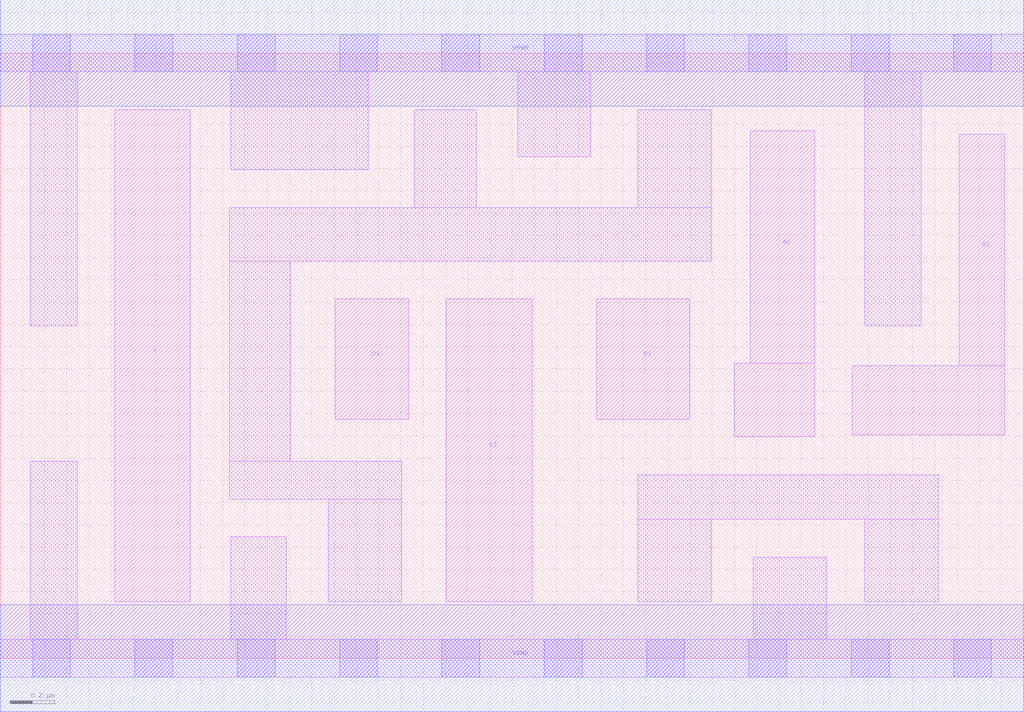
<source format=lef>
# Copyright 2020 The SkyWater PDK Authors
#
# Licensed under the Apache License, Version 2.0 (the "License");
# you may not use this file except in compliance with the License.
# You may obtain a copy of the License at
#
#     https://www.apache.org/licenses/LICENSE-2.0
#
# Unless required by applicable law or agreed to in writing, software
# distributed under the License is distributed on an "AS IS" BASIS,
# WITHOUT WARRANTIES OR CONDITIONS OF ANY KIND, either express or implied.
# See the License for the specific language governing permissions and
# limitations under the License.
#
# SPDX-License-Identifier: Apache-2.0

VERSION 5.7 ;
  NAMESCASESENSITIVE ON ;
  NOWIREEXTENSIONATPIN ON ;
  DIVIDERCHAR "/" ;
  BUSBITCHARS "[]" ;
UNITS
  DATABASE MICRONS 200 ;
END UNITS
MACRO sky130_fd_sc_hd__o2111a_2
  CLASS CORE ;
  SOURCE USER ;
  FOREIGN sky130_fd_sc_hd__o2111a_2 ;
  ORIGIN  0.000000  0.000000 ;
  SIZE  4.600000 BY  2.720000 ;
  SYMMETRY X Y R90 ;
  SITE unithd ;
  PIN A1
    ANTENNAGATEAREA  0.247500 ;
    DIRECTION INPUT ;
    USE SIGNAL ;
    PORT
      LAYER li1 ;
        RECT 3.830000 1.005000 4.515000 1.315000 ;
        RECT 4.310000 1.315000 4.515000 2.355000 ;
    END
  END A1
  PIN A2
    ANTENNAGATEAREA  0.247500 ;
    DIRECTION INPUT ;
    USE SIGNAL ;
    PORT
      LAYER li1 ;
        RECT 3.300000 0.995000 3.660000 1.325000 ;
        RECT 3.370000 1.325000 3.660000 2.370000 ;
    END
  END A2
  PIN B1
    ANTENNAGATEAREA  0.247500 ;
    DIRECTION INPUT ;
    USE SIGNAL ;
    PORT
      LAYER li1 ;
        RECT 2.680000 1.075000 3.100000 1.615000 ;
    END
  END B1
  PIN C1
    ANTENNAGATEAREA  0.247500 ;
    DIRECTION INPUT ;
    USE SIGNAL ;
    PORT
      LAYER li1 ;
        RECT 2.005000 0.255000 2.390000 1.615000 ;
    END
  END C1
  PIN D1
    ANTENNAGATEAREA  0.247500 ;
    DIRECTION INPUT ;
    USE SIGNAL ;
    PORT
      LAYER li1 ;
        RECT 1.505000 1.075000 1.835000 1.615000 ;
    END
  END D1
  PIN X
    ANTENNADIFFAREA  0.462000 ;
    DIRECTION OUTPUT ;
    USE SIGNAL ;
    PORT
      LAYER li1 ;
        RECT 0.515000 0.255000 0.855000 2.465000 ;
    END
  END X
  PIN VGND
    DIRECTION INOUT ;
    SHAPE ABUTMENT ;
    USE GROUND ;
    PORT
      LAYER met1 ;
        RECT 0.000000 -0.240000 4.600000 0.240000 ;
    END
  END VGND
  PIN VPWR
    DIRECTION INOUT ;
    SHAPE ABUTMENT ;
    USE POWER ;
    PORT
      LAYER met1 ;
        RECT 0.000000 2.480000 4.600000 2.960000 ;
    END
  END VPWR
  OBS
    LAYER li1 ;
      RECT 0.000000 -0.085000 4.600000 0.085000 ;
      RECT 0.000000  2.635000 4.600000 2.805000 ;
      RECT 0.135000  0.085000 0.345000 0.885000 ;
      RECT 0.135000  1.495000 0.345000 2.635000 ;
      RECT 1.030000  0.715000 1.805000 0.885000 ;
      RECT 1.030000  0.885000 1.305000 1.785000 ;
      RECT 1.030000  1.785000 3.195000 2.025000 ;
      RECT 1.035000  0.085000 1.285000 0.545000 ;
      RECT 1.035000  2.195000 1.655000 2.635000 ;
      RECT 1.475000  0.255000 1.805000 0.715000 ;
      RECT 1.860000  2.025000 2.140000 2.465000 ;
      RECT 2.325000  2.255000 2.655000 2.635000 ;
      RECT 2.865000  0.255000 3.195000 0.625000 ;
      RECT 2.865000  0.625000 4.215000 0.825000 ;
      RECT 2.865000  2.025000 3.195000 2.465000 ;
      RECT 3.385000  0.085000 3.715000 0.455000 ;
      RECT 3.885000  0.255000 4.215000 0.625000 ;
      RECT 3.885000  1.495000 4.140000 2.635000 ;
    LAYER mcon ;
      RECT 0.145000 -0.085000 0.315000 0.085000 ;
      RECT 0.145000  2.635000 0.315000 2.805000 ;
      RECT 0.605000 -0.085000 0.775000 0.085000 ;
      RECT 0.605000  2.635000 0.775000 2.805000 ;
      RECT 1.065000 -0.085000 1.235000 0.085000 ;
      RECT 1.065000  2.635000 1.235000 2.805000 ;
      RECT 1.525000 -0.085000 1.695000 0.085000 ;
      RECT 1.525000  2.635000 1.695000 2.805000 ;
      RECT 1.985000 -0.085000 2.155000 0.085000 ;
      RECT 1.985000  2.635000 2.155000 2.805000 ;
      RECT 2.445000 -0.085000 2.615000 0.085000 ;
      RECT 2.445000  2.635000 2.615000 2.805000 ;
      RECT 2.905000 -0.085000 3.075000 0.085000 ;
      RECT 2.905000  2.635000 3.075000 2.805000 ;
      RECT 3.365000 -0.085000 3.535000 0.085000 ;
      RECT 3.365000  2.635000 3.535000 2.805000 ;
      RECT 3.825000 -0.085000 3.995000 0.085000 ;
      RECT 3.825000  2.635000 3.995000 2.805000 ;
      RECT 4.285000 -0.085000 4.455000 0.085000 ;
      RECT 4.285000  2.635000 4.455000 2.805000 ;
  END
END sky130_fd_sc_hd__o2111a_2

</source>
